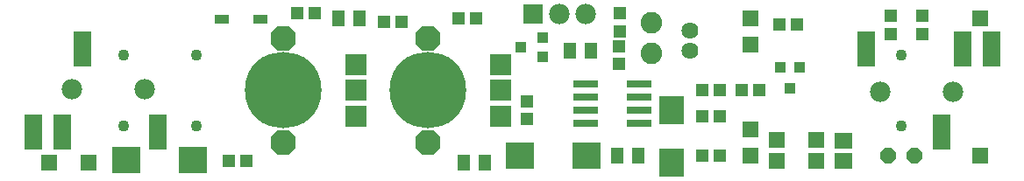
<source format=gts>
G75*
%MOIN*%
%OFA0B0*%
%FSLAX25Y25*%
%IPPOS*%
%LPD*%
%AMOC8*
5,1,8,0,0,1.08239X$1,22.5*
%
%ADD10C,0.08200*%
%ADD11R,0.09461X0.11036*%
%ADD12R,0.05131X0.06312*%
%ADD13R,0.11036X0.10249*%
%ADD14R,0.06312X0.06312*%
%ADD15R,0.05524X0.03556*%
%ADD16R,0.09461X0.03162*%
%ADD17C,0.07800*%
%ADD18R,0.07800X0.07800*%
%ADD19OC8,0.06000*%
%ADD20C,0.06400*%
%ADD21C,0.04343*%
%ADD22R,0.04343X0.03950*%
%ADD23R,0.03950X0.04343*%
%ADD24R,0.04737X0.05131*%
%ADD25R,0.06706X0.05918*%
%ADD26R,0.05131X0.04737*%
%ADD27R,0.06800X0.13300*%
%ADD28R,0.06343X0.06343*%
%ADD29R,0.08200X0.08200*%
%ADD30OC8,0.09658*%
%ADD31C,0.29146*%
D10*
X0248008Y0055600D03*
X0248008Y0067000D03*
D11*
X0255508Y0033643D03*
X0255508Y0013957D03*
D12*
X0242945Y0016300D03*
X0235071Y0016300D03*
X0184445Y0013800D03*
X0176571Y0013800D03*
X0217071Y0056300D03*
X0224945Y0056300D03*
X0136945Y0068800D03*
X0129071Y0068800D03*
D13*
X0197909Y0016300D03*
X0223106Y0016300D03*
X0073606Y0014800D03*
X0048409Y0014800D03*
D14*
X0019028Y0013800D03*
X0033988Y0013800D03*
X0295528Y0014300D03*
X0310488Y0014300D03*
X0310488Y0022300D03*
X0295528Y0022300D03*
D15*
X0099291Y0068300D03*
X0084724Y0068300D03*
D16*
X0222772Y0043800D03*
X0243244Y0043800D03*
X0243244Y0038800D03*
X0222772Y0038800D03*
X0222772Y0033800D03*
X0243244Y0033800D03*
X0243244Y0028800D03*
X0222772Y0028800D03*
D17*
X0334917Y0040828D03*
X0362476Y0040828D03*
X0223008Y0070300D03*
X0213008Y0070300D03*
X0055114Y0041772D03*
X0027555Y0041772D03*
D18*
X0203008Y0070300D03*
D19*
X0338008Y0016300D03*
X0348008Y0016300D03*
D20*
X0262508Y0056363D03*
X0262508Y0064237D03*
D21*
X0342808Y0054686D03*
X0342808Y0027914D03*
X0075008Y0027914D03*
X0047378Y0027914D03*
X0047378Y0054686D03*
X0075008Y0054686D03*
D22*
X0198177Y0057800D03*
X0206445Y0054060D03*
X0206445Y0061540D03*
D23*
X0296768Y0050237D03*
X0304248Y0050237D03*
X0300508Y0041969D03*
D24*
X0288854Y0041300D03*
X0282161Y0041300D03*
X0273854Y0041300D03*
X0267161Y0041300D03*
X0267161Y0031300D03*
X0273854Y0031300D03*
X0273854Y0016300D03*
X0267161Y0016300D03*
X0093854Y0014300D03*
X0087161Y0014300D03*
X0296661Y0066300D03*
X0303354Y0066300D03*
X0181354Y0068800D03*
X0174661Y0068800D03*
X0152854Y0067300D03*
X0146161Y0067300D03*
X0119854Y0070800D03*
X0113161Y0070800D03*
D25*
X0321008Y0022040D03*
X0321008Y0014560D03*
D26*
X0200508Y0030454D03*
X0200508Y0037146D03*
X0235508Y0051454D03*
X0235508Y0058146D03*
X0236008Y0063954D03*
X0236008Y0070646D03*
X0339008Y0069646D03*
X0351008Y0069646D03*
X0351008Y0062954D03*
X0339008Y0062954D03*
D27*
X0329610Y0057050D03*
X0366177Y0057050D03*
X0377099Y0057050D03*
X0358366Y0025440D03*
X0060421Y0025550D03*
X0023854Y0025550D03*
X0012932Y0025550D03*
X0031665Y0057160D03*
D28*
X0285508Y0058800D03*
X0285508Y0068800D03*
X0373008Y0068800D03*
X0285508Y0026300D03*
X0285508Y0016300D03*
X0373008Y0016300D03*
D29*
X0190567Y0031457D03*
X0190567Y0041300D03*
X0190567Y0051143D03*
X0135567Y0051143D03*
X0135567Y0041300D03*
X0135567Y0031457D03*
D30*
X0163008Y0021615D03*
X0108008Y0021615D03*
X0108008Y0060985D03*
X0163008Y0060985D03*
D31*
X0163008Y0041300D03*
X0108008Y0041300D03*
M02*

</source>
